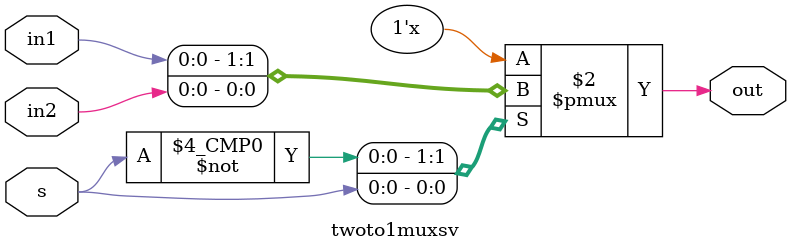
<source format=sv>
module twoto1muxsv(input logic in1,
input logic in2,
input logic s,
output logic out);
always_comb begin
unique case(s)
1'b0:out= in1;
1'b1:out= in2;
default: out =1'bx;
endcase
end
endmodule 

</source>
